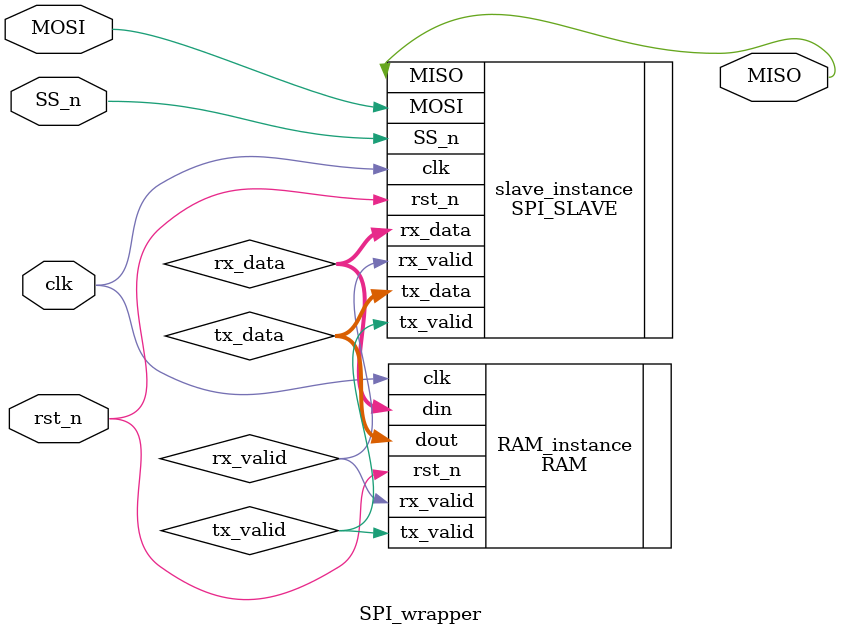
<source format=v>
module SPI_wrapper (MOSI,MISO,SS_n,clk,rst_n);

// input & output Declaration
input MOSI,SS_n,clk,rst_n;
output MISO;

// internal signals for rx_data & tx_data & rx_valid & tx_valid
wire [9:0] rx_data;
wire rx_valid,tx_valid;
wire [7:0] tx_data;

// SPI module instantiation
SPI_SLAVE slave_instance (.MOSI(MOSI),.MISO(MISO),.SS_n(SS_n),.clk(clk),.rst_n(rst_n),.rx_data(rx_data),.rx_valid(rx_valid),.tx_data(tx_data),.tx_valid(tx_valid));

// RAM module instantiation
RAM RAM_instance (.din(rx_data),.clk(clk),.rst_n(rst_n),.rx_valid(rx_valid),.dout(tx_data),.tx_valid(tx_valid));

endmodule
</source>
